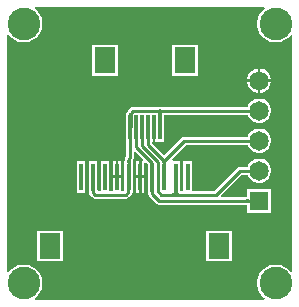
<source format=gbr>
G04*
G04 #@! TF.GenerationSoftware,Altium Limited,Altium Designer,23.6.0 (18)*
G04*
G04 Layer_Physical_Order=1*
G04 Layer_Color=255*
%FSLAX44Y44*%
%MOMM*%
G71*
G04*
G04 #@! TF.SameCoordinates,DC424E90-4BFD-41C5-918A-45E65C1FA00B*
G04*
G04*
G04 #@! TF.FilePolarity,Positive*
G04*
G01*
G75*
%ADD13R,1.8000X2.2000*%
%ADD14R,0.3000X2.0620*%
%ADD15R,0.3000X2.2977*%
%ADD18C,1.6500*%
%ADD19R,1.6500X1.6500*%
%ADD20C,2.7620*%
%ADD21C,0.2540*%
G36*
X224312Y252785D02*
X223602Y252310D01*
X221400Y250108D01*
X219669Y247519D01*
X218478Y244642D01*
X217870Y241587D01*
Y238473D01*
X218478Y235418D01*
X219669Y232541D01*
X221400Y229952D01*
X223602Y227750D01*
X226191Y226019D01*
X229068Y224828D01*
X232123Y224220D01*
X235237D01*
X238292Y224828D01*
X241169Y226019D01*
X243758Y227750D01*
X245960Y229952D01*
X246435Y230662D01*
X247650Y230293D01*
Y30057D01*
X246435Y29688D01*
X245960Y30398D01*
X243758Y32600D01*
X241169Y34331D01*
X238292Y35522D01*
X235237Y36130D01*
X232123D01*
X229068Y35522D01*
X226191Y34331D01*
X223602Y32600D01*
X221400Y30398D01*
X219669Y27809D01*
X218478Y24932D01*
X217870Y21877D01*
Y18763D01*
X218478Y15708D01*
X219669Y12831D01*
X221400Y10242D01*
X223602Y8040D01*
X224312Y7565D01*
X223943Y6350D01*
X30057D01*
X29688Y7565D01*
X30398Y8040D01*
X32600Y10242D01*
X34331Y12831D01*
X35522Y15708D01*
X36130Y18763D01*
Y21877D01*
X35522Y24932D01*
X34331Y27809D01*
X32600Y30398D01*
X30398Y32600D01*
X27809Y34331D01*
X24932Y35522D01*
X21877Y36130D01*
X18763D01*
X15708Y35522D01*
X12831Y34331D01*
X10242Y32600D01*
X8040Y30398D01*
X7565Y29688D01*
X6350Y30057D01*
Y230293D01*
X7565Y230662D01*
X8040Y229952D01*
X10242Y227750D01*
X12831Y226019D01*
X15708Y224828D01*
X18763Y224220D01*
X21877D01*
X24932Y224828D01*
X27809Y226019D01*
X30398Y227750D01*
X32600Y229952D01*
X34331Y232541D01*
X35522Y235418D01*
X36130Y238473D01*
Y241587D01*
X35522Y244642D01*
X34331Y247519D01*
X32600Y250108D01*
X30398Y252310D01*
X29688Y252785D01*
X30057Y254000D01*
X223943D01*
X224312Y252785D01*
D02*
G37*
%LPC*%
G36*
X168190Y221930D02*
X146190D01*
Y195930D01*
X168190D01*
Y221930D01*
D02*
G37*
G36*
X100190D02*
X78190D01*
Y195930D01*
X100190D01*
Y221930D01*
D02*
G37*
G36*
X221059Y202020D02*
X220710D01*
Y192770D01*
X229960D01*
Y193119D01*
X229261Y195726D01*
X227912Y198064D01*
X226004Y199972D01*
X223666Y201322D01*
X221059Y202020D01*
D02*
G37*
G36*
X218710D02*
X218361D01*
X215754Y201322D01*
X213416Y199972D01*
X211508Y198064D01*
X210159Y195726D01*
X209460Y193119D01*
Y192770D01*
X218710D01*
Y202020D01*
D02*
G37*
G36*
X229960Y190770D02*
X220710D01*
Y181520D01*
X221059D01*
X223666Y182218D01*
X226004Y183568D01*
X227912Y185476D01*
X229261Y187814D01*
X229960Y190421D01*
Y190770D01*
D02*
G37*
G36*
X218710D02*
X209460D01*
Y190421D01*
X210159Y187814D01*
X211508Y185476D01*
X213416Y183568D01*
X215754Y182218D01*
X218361Y181520D01*
X218710D01*
Y190770D01*
D02*
G37*
G36*
X221059Y176620D02*
X218361D01*
X215754Y175921D01*
X213416Y174572D01*
X211508Y172664D01*
X210159Y170326D01*
X209970Y169622D01*
X113113D01*
X111837Y169368D01*
X110755Y168645D01*
X108562Y166452D01*
X107840Y165370D01*
X107714Y164740D01*
X107190D01*
Y142194D01*
X107181Y142150D01*
X107190Y142107D01*
Y140120D01*
X107356D01*
Y128581D01*
X106862Y128088D01*
X106140Y127006D01*
X105886Y125730D01*
Y123978D01*
X105627D01*
Y121992D01*
X105618Y121948D01*
X105626Y121911D01*
X105620Y121874D01*
X105627Y121843D01*
Y99076D01*
X105618Y99032D01*
X104665Y98655D01*
X104429Y98584D01*
X102627D01*
Y109490D01*
X95627D01*
Y98584D01*
X92627D01*
Y123978D01*
X85627D01*
Y98584D01*
X83768D01*
X82636Y99032D01*
X82627Y99076D01*
Y123978D01*
X75627D01*
Y99076D01*
X75619Y99032D01*
X75627Y98988D01*
Y97002D01*
X75793D01*
Y96907D01*
X76047Y95631D01*
X76770Y94550D01*
X78427Y92892D01*
X79509Y92170D01*
X80784Y91916D01*
X106938D01*
X108213Y92170D01*
X109295Y92893D01*
X111362Y94959D01*
X112084Y96041D01*
X112275Y97002D01*
X112627D01*
Y98988D01*
X112636Y99032D01*
X112627Y99076D01*
Y121904D01*
X112636Y121948D01*
X112627Y121990D01*
X112634Y122033D01*
X112627Y122198D01*
Y123978D01*
X113169Y125024D01*
X113770Y125924D01*
X114024Y127200D01*
Y131061D01*
X115197Y131547D01*
X121497Y125248D01*
X120971Y123978D01*
X120127D01*
Y111490D01*
X122627D01*
Y122322D01*
X123897Y122848D01*
X125628Y121117D01*
Y99076D01*
X125619Y99032D01*
X125628Y98988D01*
Y97002D01*
X125794D01*
Y95662D01*
X126047Y94387D01*
X126770Y93305D01*
X132262Y87812D01*
X133344Y87090D01*
X134620Y86836D01*
X209460D01*
Y79920D01*
X229960D01*
Y100420D01*
X209460D01*
Y93504D01*
X187509D01*
X187022Y94677D01*
X204581Y112236D01*
X209992D01*
X210159Y111614D01*
X211508Y109276D01*
X213416Y107368D01*
X215754Y106018D01*
X218361Y105320D01*
X221059D01*
X223666Y106018D01*
X226004Y107368D01*
X227912Y109276D01*
X229261Y111614D01*
X229960Y114221D01*
Y116919D01*
X229261Y119526D01*
X227912Y121864D01*
X226004Y123772D01*
X223666Y125121D01*
X221059Y125820D01*
X218361D01*
X215754Y125121D01*
X213416Y123772D01*
X211508Y121864D01*
X210159Y119526D01*
X209992Y118904D01*
X203200D01*
X201924Y118650D01*
X200842Y117928D01*
X181499Y98584D01*
X162628D01*
Y123978D01*
X155627D01*
Y98584D01*
X153841D01*
X153669Y98623D01*
X152636Y99032D01*
X152627Y99076D01*
Y123978D01*
X146893D01*
X146733Y123978D01*
X145555Y125176D01*
X145558Y125603D01*
X157591Y137636D01*
X209992D01*
X210159Y137014D01*
X211508Y134676D01*
X213416Y132768D01*
X215754Y131419D01*
X218361Y130720D01*
X221059D01*
X223666Y131419D01*
X226004Y132768D01*
X227912Y134676D01*
X229261Y137014D01*
X229960Y139621D01*
Y142319D01*
X229261Y144926D01*
X227912Y147264D01*
X226004Y149172D01*
X223666Y150521D01*
X221059Y151220D01*
X218361D01*
X215754Y150521D01*
X213416Y149172D01*
X211508Y147264D01*
X210159Y144926D01*
X209992Y144304D01*
X156210D01*
X154934Y144050D01*
X153853Y143328D01*
X139128Y128603D01*
X129254Y138476D01*
Y140120D01*
X129690D01*
Y152430D01*
X131690D01*
Y140120D01*
X139190D01*
Y162666D01*
X139199Y162710D01*
X140395Y162944D01*
X140462Y162953D01*
X210014D01*
X210159Y162414D01*
X211508Y160076D01*
X213416Y158168D01*
X215754Y156819D01*
X218361Y156120D01*
X221059D01*
X223666Y156819D01*
X226004Y158168D01*
X227912Y160076D01*
X229261Y162414D01*
X229960Y165021D01*
Y167719D01*
X229261Y170326D01*
X227912Y172664D01*
X226004Y174572D01*
X223666Y175921D01*
X221059Y176620D01*
D02*
G37*
G36*
X118127Y123978D02*
X115627D01*
Y111490D01*
X118127D01*
Y123978D01*
D02*
G37*
G36*
X102627D02*
X100127D01*
Y111490D01*
X102627D01*
Y123978D01*
D02*
G37*
G36*
X98127D02*
X95627D01*
Y111490D01*
X98127D01*
Y123978D01*
D02*
G37*
G36*
X122627Y109490D02*
X120127D01*
Y97002D01*
X122627D01*
Y109490D01*
D02*
G37*
G36*
X118127D02*
X115627D01*
Y97002D01*
X118127D01*
Y109490D01*
D02*
G37*
G36*
X72627Y123978D02*
X65627D01*
Y97002D01*
X72627D01*
Y123978D01*
D02*
G37*
G36*
X196627Y64704D02*
X174627D01*
Y38704D01*
X196627D01*
Y64704D01*
D02*
G37*
G36*
X53627D02*
X31627D01*
Y38704D01*
X53627D01*
Y64704D01*
D02*
G37*
%LPD*%
G36*
X112160Y162710D02*
X109535D01*
X109557Y162723D01*
X109576Y162765D01*
X109594Y162834D01*
X109608Y162931D01*
X109632Y163208D01*
X109649Y163831D01*
X109650Y164094D01*
X112190D01*
X112160Y162710D01*
D02*
G37*
G36*
X139618Y165018D02*
X139135Y164992D01*
X138703Y164916D01*
X138322Y164789D01*
X137992Y164611D01*
X137712Y164382D01*
X137484Y164103D01*
X137306Y163773D01*
X137179Y163392D01*
X137144Y163192D01*
X137159Y162710D01*
X137090D01*
X137078Y162477D01*
X134537D01*
X134525Y162710D01*
X134220D01*
X134281Y162735D01*
X134334Y162811D01*
X134382Y162938D01*
X134423Y163116D01*
X134452Y163302D01*
X134436Y163392D01*
X134309Y163773D01*
X134131Y164103D01*
X133903Y164382D01*
X133623Y164611D01*
X133293Y164789D01*
X132912Y164916D01*
X132480Y164992D01*
X131997Y165018D01*
X135808Y167558D01*
X139618Y165018D01*
D02*
G37*
G36*
X127165Y142125D02*
X127170Y142049D01*
X127187Y140906D01*
X127190Y139611D01*
X124650D01*
X124646Y140093D01*
X124543Y141516D01*
X124495Y141744D01*
X124439Y141922D01*
X124375Y142049D01*
X124302Y142125D01*
X124220Y142150D01*
X127159D01*
X127165Y142125D01*
D02*
G37*
G36*
X122122D02*
X122088Y142049D01*
X122058Y141922D01*
X122032Y141744D01*
X121992Y141236D01*
X121960Y139611D01*
X119420D01*
X119418Y140093D01*
X119292Y142049D01*
X119258Y142125D01*
X119221Y142150D01*
X122160D01*
X122122Y142125D01*
D02*
G37*
G36*
X117121D02*
X117088Y142049D01*
X117058Y141922D01*
X117032Y141744D01*
X116992Y141236D01*
X116960Y139611D01*
X114420D01*
X114418Y140093D01*
X114292Y142049D01*
X114258Y142125D01*
X114220Y142150D01*
X117159D01*
X117121Y142125D01*
D02*
G37*
G36*
X112122D02*
X112088Y142049D01*
X112058Y141922D01*
X112032Y141744D01*
X111992Y141236D01*
X111960Y139611D01*
X109420D01*
X109418Y140093D01*
X109292Y142049D01*
X109258Y142125D01*
X109221Y142150D01*
X112160D01*
X112122Y142125D01*
D02*
G37*
G36*
X140400Y123519D02*
X140495Y122122D01*
X140525Y122025D01*
X140559Y121967D01*
X140597Y121948D01*
X137658D01*
X137696Y121967D01*
X137730Y122025D01*
X137760Y122122D01*
X137786Y122258D01*
X137808Y122433D01*
X137840Y122898D01*
X137858Y123888D01*
X140398D01*
X140400Y123519D01*
D02*
G37*
G36*
X110597Y121948D02*
X107658D01*
X107713Y121973D01*
X107763Y122049D01*
X107807Y122176D01*
X107845Y122354D01*
X107877Y122583D01*
X107924Y123192D01*
X107950Y124488D01*
X110490D01*
X110597Y121948D01*
D02*
G37*
G36*
X110535Y99015D02*
X110480Y98964D01*
X110432Y98878D01*
X110390Y98758D01*
X110355Y98603D01*
X110326Y98415D01*
X110287Y97934D01*
X110274Y97317D01*
X107734D01*
X107658Y99032D01*
X110597D01*
X110535Y99015D01*
D02*
G37*
G36*
X80559Y99011D02*
X80525Y98947D01*
X80495Y98841D01*
X80469Y98692D01*
X80447Y98501D01*
X80405Y97672D01*
X80397Y96907D01*
X77857D01*
X77855Y97311D01*
X77759Y98841D01*
X77730Y98947D01*
X77696Y99011D01*
X77658Y99032D01*
X80597D01*
X80559Y99011D01*
D02*
G37*
G36*
X130559Y99007D02*
X130525Y98931D01*
X130495Y98804D01*
X130469Y98626D01*
X130429Y98118D01*
X130398Y96492D01*
X127858D01*
X127856Y96975D01*
X127730Y98931D01*
X127696Y99007D01*
X127658Y99032D01*
X130597D01*
X130559Y99007D01*
D02*
G37*
G36*
X150440Y99032D02*
X150597D01*
X150567Y99007D01*
X150540Y98931D01*
X150516Y98804D01*
X150496Y98626D01*
X150485Y98458D01*
X150540Y98146D01*
X150667Y97765D01*
X150845Y97434D01*
X151074Y97155D01*
X151353Y96926D01*
X151683Y96749D01*
X152064Y96622D01*
X152496Y96545D01*
X152979Y96520D01*
X149169Y93980D01*
X145359Y96520D01*
X145841Y96545D01*
X146273Y96622D01*
X146654Y96749D01*
X146984Y96926D01*
X147264Y97155D01*
X147492Y97434D01*
X147670Y97765D01*
X147797Y98146D01*
X147816Y98251D01*
X147781Y98804D01*
X147745Y98931D01*
X147704Y99007D01*
X147658Y99032D01*
X147897D01*
X147899Y99060D01*
X150439D01*
X150440Y99032D01*
D02*
G37*
G36*
X211521Y87630D02*
X211495Y87871D01*
X211418Y88087D01*
X211290Y88278D01*
X211110Y88443D01*
X210878Y88582D01*
X210596Y88697D01*
X210261Y88786D01*
X209876Y88849D01*
X209439Y88887D01*
X208951Y88900D01*
Y91440D01*
X209439Y91453D01*
X209876Y91491D01*
X210261Y91554D01*
X210596Y91643D01*
X210878Y91757D01*
X211110Y91897D01*
X211290Y92062D01*
X211418Y92253D01*
X211495Y92469D01*
X211521Y92710D01*
Y87630D01*
D02*
G37*
D13*
X89190Y208930D02*
D03*
X157190D02*
D03*
X42627Y51704D02*
D03*
X185627D02*
D03*
D14*
X110690Y152430D02*
D03*
X115690D02*
D03*
X120690D02*
D03*
X125690D02*
D03*
X130690D02*
D03*
X135690D02*
D03*
D15*
X69127Y110490D02*
D03*
X159128D02*
D03*
X149128D02*
D03*
X139128D02*
D03*
X129128D02*
D03*
X119127D02*
D03*
X109127D02*
D03*
X99127D02*
D03*
X79127D02*
D03*
X89127D02*
D03*
D18*
X219710Y191770D02*
D03*
Y166370D02*
D03*
Y140970D02*
D03*
Y115570D02*
D03*
D19*
Y90170D02*
D03*
D20*
X233680Y20320D02*
D03*
Y240030D02*
D03*
X20320D02*
D03*
Y20320D02*
D03*
D21*
X219627Y166287D02*
X219710Y166370D01*
X156210Y140970D02*
X219710D01*
X203200Y115570D02*
X219710D01*
X149169Y95250D02*
X182880D01*
X203200Y115570D01*
X129128Y95662D02*
X134620Y90170D01*
X219710D01*
X136755Y95250D02*
X149169D01*
Y110449D01*
X133898Y98107D02*
X136755Y95250D01*
X79127Y96907D02*
Y110490D01*
Y96907D02*
X80784Y95250D01*
X106938D01*
X109004Y110367D02*
X109220Y110583D01*
X109004Y97317D02*
Y110367D01*
X106938Y95250D02*
X109004Y97317D01*
X135690Y152430D02*
X135808Y152548D01*
Y166287D01*
X113113D02*
X135808D01*
X219627D01*
X110920Y164094D02*
X113113Y166287D01*
X110690Y152430D02*
X110920Y152660D01*
Y164094D01*
X139128Y110490D02*
Y123888D01*
X125920Y137095D02*
Y152200D01*
X139358Y124118D02*
X156210Y140970D01*
X125920Y137095D02*
X139128Y123888D01*
X120690Y136540D02*
X133898Y123333D01*
Y98107D02*
Y123333D01*
X120690Y136540D02*
Y152430D01*
X125690D02*
X125920Y152200D01*
X149128Y110490D02*
X149169Y110449D01*
X129128Y95662D02*
Y110490D01*
X109220Y110583D02*
Y125730D01*
X110690Y127200D02*
Y152430D01*
X109220Y125730D02*
X110690Y127200D01*
X115690Y135770D02*
X129081Y122379D01*
Y110537D02*
Y122379D01*
Y110537D02*
X129128Y110490D01*
X115690Y135770D02*
Y152430D01*
M02*

</source>
